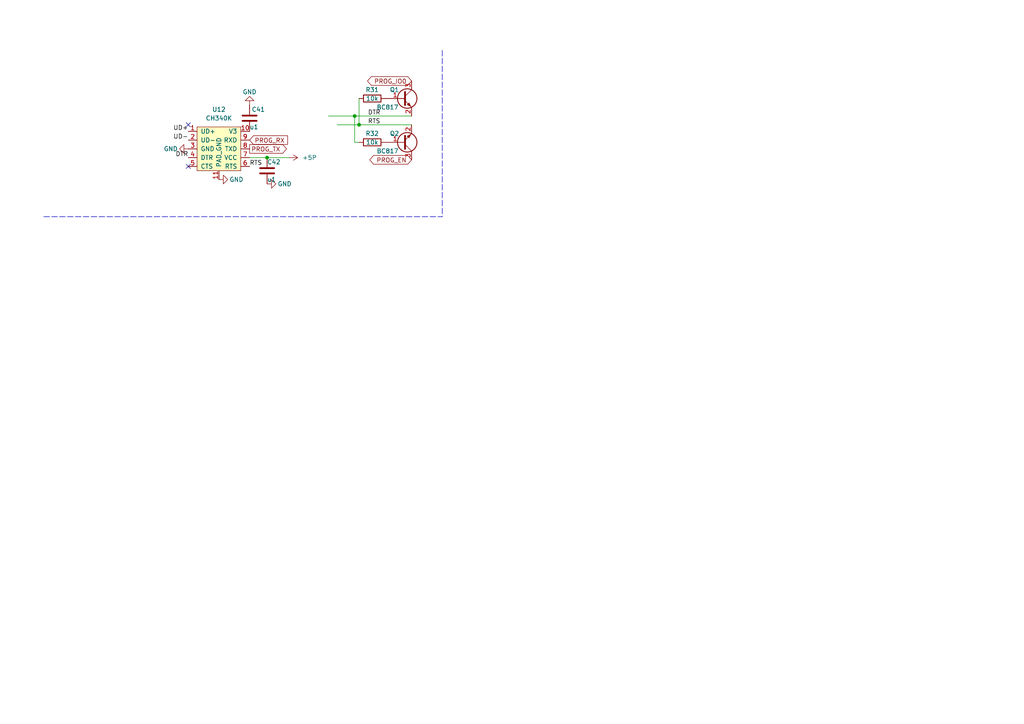
<source format=kicad_sch>
(kicad_sch (version 20211123) (generator eeschema)
  (paper "A4")
  (lib_symbols
    (symbol "Device:C" (pin_numbers hide) (pin_names (offset 0.254))
      (property "Reference" "C" (at 0.635 2.54 0))
      (property "Value" "C" (at 0.635 -2.54 0))
      (symbol "C_0_1"
        (polyline (pts (xy -2.032 -0.762) (xy 2.032 -0.762)) (stroke (width 0.508)))
        (polyline (pts (xy -2.032 0.762) (xy 2.032 0.762)) (stroke (width 0.508)))
      )
      (symbol "C_1_1"
        (pin passive line (at 0 3.81 270) (length 2.794) (name "~") (number "1"))
        (pin passive line (at 0 -3.81 90) (length 2.794) (name "~") (number "2"))
      )
    )
    (symbol "Device:R" (pin_numbers hide) (pin_names (offset 0))
      (property "Reference" "R" (at 2.032 0 90))
      (property "Value" "R" (at 0 0 90))
      (symbol "R_0_1"
        (rectangle (start -1.016 -2.54) (end 1.016 2.54) (stroke (width 0.254)))
      )
      (symbol "R_1_1"
        (pin passive line (at 0 3.81 270) (length 1.27) (name "~") (number "1"))
        (pin passive line (at 0 -3.81 90) (length 1.27) (name "~") (number "2"))
      )
    )
    (symbol "Transistor_BJT:BC817" (pin_names (offset 0) hide)
      (property "Reference" "Q" (at 5.08 1.905 0))
      (property "Value" "BC817" (at 5.08 0 0))
      (symbol "BC817_0_1"
        (polyline (pts (xy 0.635 0.635) (xy 2.54 2.54)))
        (polyline (pts (xy 0.635 -0.635) (xy 2.54 -2.54) (xy 2.54 -2.54)))
        (polyline (pts (xy 0.635 1.905) (xy 0.635 -1.905) (xy 0.635 -1.905)) (stroke (width 0.508)))
        (polyline (pts (xy 1.27 -1.778) (xy 1.778 -1.27) (xy 2.286 -2.286) (xy 1.27 -1.778) (xy 1.27 -1.778)) (fill (type outline)))
        (circle (center 1.27 0) (radius 2.8194) (stroke (width 0.254)))
      )
      (symbol "BC817_1_1"
        (pin input line (at -5.08 0 0) (length 5.715) (name "B") (number "1"))
        (pin passive line (at 2.54 -5.08 90) (length 2.54) (name "E") (number "2"))
        (pin passive line (at 2.54 5.08 270) (length 2.54) (name "C") (number "3"))
      )
    )
    (symbol "liebler_SEMICONDUCTORS:CH340K" (pin_names (offset 1.016))
      (property "Reference" "U" (at -6.35 11.43 0))
      (property "Value" "CH340K" (at -6.35 8.89 0))
      (symbol "CH340K_0_1"
        (rectangle (start -6.35 7.62) (end 6.35 -5.08) (fill (type background)))
      )
      (symbol "CH340K_1_1"
        (pin bidirectional line (at -8.89 6.35 0) (length 2.54) (name "UD+") (number "1"))
        (pin power_out line (at 8.89 6.35 180) (length 2.54) (name "V3") (number "10"))
        (pin power_in line (at 0 -7.62 90) (length 2.54) (name "PAD_GND") (number "11"))
        (pin bidirectional line (at -8.89 3.81 0) (length 2.54) (name "UD-") (number "2"))
        (pin power_in line (at -8.89 1.27 0) (length 2.54) (name "GND") (number "3"))
        (pin output line (at -8.89 -1.27 0) (length 2.54) (name "DTR") (number "4"))
        (pin input line (at -8.89 -3.81 0) (length 2.54) (name "CTS") (number "5"))
        (pin unspecified line (at 8.89 -3.81 180) (length 2.54) (name "RTS") (number "6"))
        (pin power_in line (at 8.89 -1.27 180) (length 2.54) (name "VCC") (number "7"))
        (pin output line (at 8.89 1.27 180) (length 2.54) (name "TXD") (number "8"))
        (pin input line (at 8.89 3.81 180) (length 2.54) (name "RXD") (number "9"))
      )
    )
    (symbol "power:+5P" (power) (pin_names (offset 0))
      (property "Value" "+5P" (at 0 3.556 0))
      (symbol "+5P_0_1"
        (polyline (pts (xy -0.762 1.27) (xy 0 2.54)))
        (polyline (pts (xy 0 0) (xy 0 2.54)))
        (polyline (pts (xy 0 2.54) (xy 0.762 1.27)))
      )
      (symbol "+5P_1_1"
        (pin power_in line (at 0 0 90) (length 0) hide (name "+5P") (number "1"))
      )
    )
    (symbol "power:GND" (power) (pin_names (offset 0))
      (property "Value" "GND" (at 0 -3.81 0))
      (symbol "GND_0_1"
        (polyline (pts (xy 0 0) (xy 0 -1.27) (xy 1.27 -1.27) (xy 0 -2.54) (xy -1.27 -1.27) (xy 0 -1.27)))
      )
      (symbol "GND_1_1"
        (pin power_in line (at 0 0 270) (length 0) hide (name "GND") (number "1"))
      )
    )
  )
  (junction (at 102.87 33.655))
  (junction (at 104.14 36.195))
  (junction (at 77.47 45.72))
  (no_connect (at 54.61 48.26))
  (no_connect (at 54.61 36.195))
  (wire (pts (xy 102.87 33.655) (xy 102.87 41.275)))
  (wire (pts (xy 104.14 28.575) (xy 104.14 36.195)))
  (wire (pts (xy 97.79 36.195) (xy 104.14 36.195)))
  (wire (pts (xy 95.25 33.655) (xy 102.87 33.655)))
  (polyline (pts (xy 12.7 62.865) (xy 128.27 62.865)))
  (wire (pts (xy 104.14 36.195) (xy 119.38 36.195)))
  (polyline (pts (xy 128.27 14.605) (xy 128.27 62.865)))
  (wire (pts (xy 72.39 45.72) (xy 77.47 45.72)))
  (wire (pts (xy 77.47 45.72) (xy 83.82 45.72)))
  (wire (pts (xy 102.87 33.655) (xy 119.38 33.655)))
  (wire (pts (xy 102.87 41.275) (xy 104.14 41.275)))
  (label "UD-" (at 54.61 40.64 180))
  (label "UD+" (at 54.61 38.1 180))
  (label "DTR" (at 54.61 45.72 180))
  (label "RTS" (at 106.68 36.195 0))
  (label "RTS" (at 72.39 48.26 0))
  (label "DTR" (at 106.68 33.655 0))
  (global_label "PROG_IO0" (shape bidirectional) (at 119.38 23.495 180) (property "Intersheet References" "${INTERSHEET_REFS}" (effects hide)))
  (global_label "PROG_EN" (shape bidirectional) (at 119.38 46.355 180) (property "Intersheet References" "${INTERSHEET_REFS}" (effects hide)))
  (global_label "PROG_TX" (shape output) (at 72.39 43.18 0) (property "Intersheet References" "${INTERSHEET_REFS}" (effects hide)))
  (global_label "PROG_RX" (shape input) (at 72.39 40.64 0) (property "Intersheet References" "${INTERSHEET_REFS}" (effects hide)))
  (symbol (lib_id "Device:R") (at 107.95 41.275 270) (unit 1)
    (property "Reference" "R32" (at 107.95 38.735 90))
    (property "Value" "10k" (at 107.95 41.275 90))
    (property "Footprint" "Resistor_SMD:R_0402_1005Metric" (effects hide))
  )
  (symbol (lib_id "Transistor_BJT:BC817") (at 116.84 41.275 0) (mirror x) (unit 1)
    (property "Reference" "Q2" (at 113.03 38.735 0) (effects (justify left)))
    (property "Value" "BC817" (at 109.22 43.815 0) (effects (justify left)))
    (property "Footprint" "liebler_SEMICONDUCTORS:SOT-23_smaller" (effects hide))
    (property "Datasheet" "https://www.onsemi.com/pub/Collateral/BC818-D.pdf" (effects hide))
  )
  (symbol (lib_id "power:GND") (at 72.39 30.48 180) (unit 1)
    (property "Reference" "#PWR0140" (effects hide))
    (property "Value" "GND" (at 72.39 26.67 0))
  )
  (symbol (lib_id "power:GND") (at 54.61 43.18 270) (unit 1)
    (property "Reference" "#PWR013" (effects hide))
    (property "Value" "GND" (at 49.53 43.18 90))
  )
  (symbol (lib_id "power:GND") (at 63.5 52.07 90) (unit 1)
    (property "Reference" "#PWR0142" (effects hide))
    (property "Value" "GND" (at 68.58 52.07 90))
  )
  (symbol (lib_id "Device:C") (at 72.39 34.29 180) (unit 1)
    (property "Reference" "C41" (at 74.93 31.75 0))
    (property "Value" "u1" (at 73.66 36.83 0))
    (property "Footprint" "Capacitor_SMD:C_0402_1005Metric" (effects hide))
  )
  (symbol (lib_id "power:+5P") (at 83.82 45.72 270) (unit 1)
    (property "Reference" "#PWR0141" (effects hide))
    (property "Value" "+5P" (at 87.63 45.7199 90) (effects (justify left)))
  )
  (symbol (lib_id "power:GND") (at 77.47 53.34 90) (unit 1)
    (property "Reference" "#PWR0153" (effects hide))
    (property "Value" "GND" (at 82.55 53.34 90))
  )
  (symbol (lib_id "Transistor_BJT:BC817") (at 116.84 28.575 0) (unit 1)
    (property "Reference" "Q1" (at 113.03 26.035 0) (effects (justify left)))
    (property "Value" "BC817" (at 109.22 31.115 0) (effects (justify left)))
    (property "Footprint" "liebler_SEMICONDUCTORS:SOT-23_smaller" (effects hide))
    (property "Datasheet" "https://www.onsemi.com/pub/Collateral/BC818-D.pdf" (effects hide))
  )
  (symbol (lib_id "Device:C") (at 77.47 49.53 180) (unit 1)
    (property "Reference" "C42" (at 77.47 46.99 0) (effects (justify right)))
    (property "Value" "u1" (at 77.47 52.07 0) (effects (justify right)))
    (property "Footprint" "Capacitor_SMD:C_0402_1005Metric" (effects hide))
  )
  (symbol (lib_id "liebler_SEMICONDUCTORS:CH340K") (at 63.5 44.45 0) (unit 1)
    (property "Reference" "U12" (at 63.5 31.75 0))
    (property "Value" "CH340K" (at 63.5 34.29 0))
    (property "Footprint" "liebler_SEMICONDUCTORS:SSOP-10_3.9x4.9mm_P1.00mm_EP" (effects hide))
  )
  (symbol (lib_id "Device:R") (at 107.95 28.575 270) (unit 1)
    (property "Reference" "R31" (at 107.95 26.035 90))
    (property "Value" "10k" (at 107.95 28.575 90))
    (property "Footprint" "Resistor_SMD:R_0402_1005Metric" (effects hide))
  )
)
</source>
